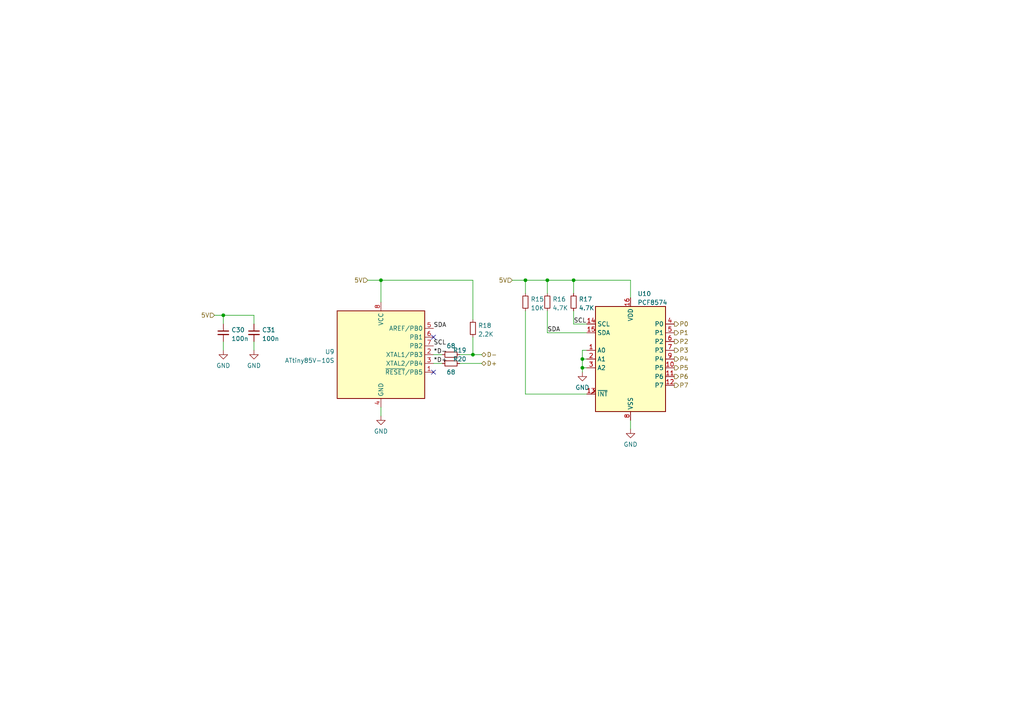
<source format=kicad_sch>
(kicad_sch (version 20211123) (generator eeschema)
  (paper "A4")
  (lib_symbols
    (symbol "Device:C_Small" (pin_numbers hide) (pin_names (offset 0.254) hide)
      (property "Reference" "C" (at 0.254 1.778 0))
      (property "Value" "C_Small" (at 0.254 -2.032 0))
      (symbol "C_Small_0_1"
        (polyline (pts (xy -1.524 -0.508) (xy 1.524 -0.508)) (stroke (width 0.3302)))
        (polyline (pts (xy -1.524 0.508) (xy 1.524 0.508)) (stroke (width 0.3048)))
      )
      (symbol "C_Small_1_1"
        (pin passive line (at 0 2.54 270) (length 2.032) (name "~") (number "1"))
        (pin passive line (at 0 -2.54 90) (length 2.032) (name "~") (number "2"))
      )
    )
    (symbol "Device:R_Small" (pin_numbers hide) (pin_names (offset 0.254) hide)
      (property "Reference" "R" (at 0.762 0.508 0))
      (property "Value" "R_Small" (at 0.762 -1.016 0))
      (symbol "R_Small_0_1"
        (rectangle (start -0.762 1.778) (end 0.762 -1.778) (stroke (width 0.2032)))
      )
      (symbol "R_Small_1_1"
        (pin passive line (at 0 2.54 270) (length 0.762) (name "~") (number "1"))
        (pin passive line (at 0 -2.54 90) (length 0.762) (name "~") (number "2"))
      )
    )
    (symbol "Interface_Expansion:PCF8574"
      (property "Reference" "U" (at -8.89 16.51 0))
      (property "Value" "PCF8574" (at 2.54 16.51 0))
      (symbol "PCF8574_0_1"
        (rectangle (start -10.16 15.24) (end 10.16 -15.24) (stroke (width 0.254)) (fill (type background)))
      )
      (symbol "PCF8574_1_1"
        (pin input line (at -12.7 2.54 0) (length 2.54) (name "A0") (number "1"))
        (pin bidirectional line (at 12.7 -2.54 180) (length 2.54) (name "P5") (number "10"))
        (pin bidirectional line (at 12.7 -5.08 180) (length 2.54) (name "P6") (number "11"))
        (pin bidirectional line (at 12.7 -7.62 180) (length 2.54) (name "P7") (number "12"))
        (pin open_collector output_low (at -12.7 -10.16 0) (length 2.54) (name "~{INT}") (number "13"))
        (pin input line (at -12.7 10.16 0) (length 2.54) (name "SCL") (number "14"))
        (pin bidirectional line (at -12.7 7.62 0) (length 2.54) (name "SDA") (number "15"))
        (pin power_in line (at 0 17.78 270) (length 2.54) (name "VDD") (number "16"))
        (pin input line (at -12.7 0 0) (length 2.54) (name "A1") (number "2"))
        (pin input line (at -12.7 -2.54 0) (length 2.54) (name "A2") (number "3"))
        (pin bidirectional line (at 12.7 10.16 180) (length 2.54) (name "P0") (number "4"))
        (pin bidirectional line (at 12.7 7.62 180) (length 2.54) (name "P1") (number "5"))
        (pin bidirectional line (at 12.7 5.08 180) (length 2.54) (name "P2") (number "6"))
        (pin bidirectional line (at 12.7 2.54 180) (length 2.54) (name "P3") (number "7"))
        (pin power_in line (at 0 -17.78 90) (length 2.54) (name "VSS") (number "8"))
        (pin bidirectional line (at 12.7 0 180) (length 2.54) (name "P4") (number "9"))
      )
    )
    (symbol "MCU_Microchip_ATtiny:ATtiny85V-10S"
      (property "Reference" "U" (at -12.7 13.97 0))
      (property "Value" "ATtiny85V-10S" (at 2.54 -13.97 0))
      (symbol "ATtiny85V-10S_0_1"
        (rectangle (start -12.7 -12.7) (end 12.7 12.7) (stroke (width 0.254)) (fill (type background)))
      )
      (symbol "ATtiny85V-10S_1_1"
        (pin bidirectional line (at 15.24 -5.08 180) (length 2.54) (name "~{RESET}/PB5") (number "1"))
        (pin bidirectional line (at 15.24 0 180) (length 2.54) (name "XTAL1/PB3") (number "2"))
        (pin bidirectional line (at 15.24 -2.54 180) (length 2.54) (name "XTAL2/PB4") (number "3"))
        (pin power_in line (at 0 -15.24 90) (length 2.54) (name "GND") (number "4"))
        (pin bidirectional line (at 15.24 7.62 180) (length 2.54) (name "AREF/PB0") (number "5"))
        (pin bidirectional line (at 15.24 5.08 180) (length 2.54) (name "PB1") (number "6"))
        (pin bidirectional line (at 15.24 2.54 180) (length 2.54) (name "PB2") (number "7"))
        (pin power_in line (at 0 15.24 270) (length 2.54) (name "VCC") (number "8"))
      )
    )
    (symbol "power:GND" (power) (pin_names (offset 0))
      (property "Value" "GND" (at 0 -3.81 0))
      (symbol "GND_0_1"
        (polyline (pts (xy 0 0) (xy 0 -1.27) (xy 1.27 -1.27) (xy 0 -2.54) (xy -1.27 -1.27) (xy 0 -1.27)))
      )
      (symbol "GND_1_1"
        (pin power_in line (at 0 0 270) (length 0) hide (name "GND") (number "1"))
      )
    )
  )
  (junction (at 168.91 104.14))
  (junction (at 64.77 91.44))
  (junction (at 168.91 106.68))
  (junction (at 110.49 81.28))
  (junction (at 158.75 81.28))
  (junction (at 152.4 81.28))
  (junction (at 166.37 81.28))
  (junction (at 137.16 102.87))
  (no_connect (at 125.73 97.79))
  (no_connect (at 125.73 107.95))
  (wire (pts (xy 182.88 81.28) (xy 182.88 86.36)))
  (wire (pts (xy 168.91 104.14) (xy 168.91 101.6)))
  (wire (pts (xy 148.59 81.28) (xy 152.4 81.28)))
  (wire (pts (xy 125.73 105.41) (xy 128.27 105.41)))
  (wire (pts (xy 166.37 93.98) (xy 170.18 93.98)))
  (wire (pts (xy 166.37 81.28) (xy 166.37 85.09)))
  (wire (pts (xy 133.35 105.41) (xy 139.7 105.41)))
  (wire (pts (xy 73.66 91.44) (xy 73.66 93.98)))
  (wire (pts (xy 62.23 91.44) (xy 64.77 91.44)))
  (wire (pts (xy 158.75 90.17) (xy 158.75 96.52)))
  (wire (pts (xy 168.91 101.6) (xy 170.18 101.6)))
  (wire (pts (xy 168.91 106.68) (xy 168.91 104.14)))
  (wire (pts (xy 152.4 81.28) (xy 158.75 81.28)))
  (wire (pts (xy 158.75 81.28) (xy 158.75 85.09)))
  (wire (pts (xy 133.35 102.87) (xy 137.16 102.87)))
  (wire (pts (xy 137.16 81.28) (xy 137.16 92.71)))
  (wire (pts (xy 64.77 91.44) (xy 64.77 93.98)))
  (wire (pts (xy 110.49 81.28) (xy 137.16 81.28)))
  (wire (pts (xy 168.91 107.95) (xy 168.91 106.68)))
  (wire (pts (xy 168.91 106.68) (xy 170.18 106.68)))
  (wire (pts (xy 137.16 97.79) (xy 137.16 102.87)))
  (wire (pts (xy 152.4 114.3) (xy 170.18 114.3)))
  (wire (pts (xy 166.37 81.28) (xy 182.88 81.28)))
  (wire (pts (xy 64.77 99.06) (xy 64.77 101.6)))
  (wire (pts (xy 168.91 104.14) (xy 170.18 104.14)))
  (wire (pts (xy 182.88 121.92) (xy 182.88 124.46)))
  (wire (pts (xy 137.16 102.87) (xy 139.7 102.87)))
  (wire (pts (xy 110.49 81.28) (xy 110.49 87.63)))
  (wire (pts (xy 166.37 90.17) (xy 166.37 93.98)))
  (wire (pts (xy 110.49 118.11) (xy 110.49 120.65)))
  (wire (pts (xy 125.73 102.87) (xy 128.27 102.87)))
  (wire (pts (xy 73.66 99.06) (xy 73.66 101.6)))
  (wire (pts (xy 64.77 91.44) (xy 73.66 91.44)))
  (wire (pts (xy 152.4 81.28) (xy 152.4 85.09)))
  (wire (pts (xy 158.75 96.52) (xy 170.18 96.52)))
  (wire (pts (xy 106.68 81.28) (xy 110.49 81.28)))
  (wire (pts (xy 152.4 90.17) (xy 152.4 114.3)))
  (wire (pts (xy 158.75 81.28) (xy 166.37 81.28)))
  (label "SDA" (at 158.75 96.52 0))
  (label "SCL" (at 166.37 93.98 0))
  (label "SDA" (at 125.73 95.25 0))
  (label "SCL" (at 125.73 100.33 0))
  (label "*D+" (at 125.73 105.41 0))
  (label "*D-" (at 125.73 102.87 0))
  (hierarchical_label "P1" (shape output) (at 195.58 96.52 0))
  (hierarchical_label "D+" (shape bidirectional) (at 139.7 105.41 0))
  (hierarchical_label "P0" (shape output) (at 195.58 93.98 0))
  (hierarchical_label "P6" (shape output) (at 195.58 109.22 0))
  (hierarchical_label "5V" (shape input) (at 148.59 81.28 180))
  (hierarchical_label "P7" (shape output) (at 195.58 111.76 0))
  (hierarchical_label "P2" (shape output) (at 195.58 99.06 0))
  (hierarchical_label "D-" (shape bidirectional) (at 139.7 102.87 0))
  (hierarchical_label "P3" (shape output) (at 195.58 101.6 0))
  (hierarchical_label "5V" (shape input) (at 106.68 81.28 180))
  (hierarchical_label "P4" (shape output) (at 195.58 104.14 0))
  (hierarchical_label "P5" (shape output) (at 195.58 106.68 0))
  (hierarchical_label "5V" (shape input) (at 62.23 91.44 180))
  (symbol (lib_id "power:GND") (at 168.91 107.95 0) (unit 1)
    (property "Reference" "#PWR061" (effects hide))
    (property "Value" "GND" (at 168.91 112.3934 0))
  )
  (symbol (lib_id "power:GND") (at 182.88 124.46 0) (unit 1)
    (property "Reference" "#PWR063" (effects hide))
    (property "Value" "GND" (at 182.88 128.9034 0))
  )
  (symbol (lib_id "power:GND") (at 110.49 120.65 0) (unit 1)
    (property "Reference" "#PWR062" (effects hide))
    (property "Value" "GND" (at 110.49 125.0934 0))
  )
  (symbol (lib_id "Device:R_Small") (at 152.4 87.63 180) (unit 1)
    (property "Reference" "R15" (at 153.8986 86.7953 0) (effects (justify right)))
    (property "Value" "10K" (at 153.8986 89.3322 0) (effects (justify right)))
    (property "Footprint" "Resistor_SMD:R_0603_1608Metric" (effects hide))
  )
  (symbol (lib_id "Device:R_Small") (at 130.81 102.87 90) (unit 1)
    (property "Reference" "R19" (at 133.35 101.6 90))
    (property "Value" "68" (at 130.81 100.33 90))
    (property "Footprint" "Resistor_SMD:R_0603_1608Metric" (effects hide))
  )
  (symbol (lib_id "Interface_Expansion:PCF8574") (at 182.88 104.14 0) (unit 1)
    (property "Reference" "U10" (at 184.8994 85.2002 0) (effects (justify left)))
    (property "Value" "PCF8574" (at 184.8994 87.7371 0) (effects (justify left)))
    (property "Footprint" "package:SOIC127P1032X265-16N" (effects hide))
    (property "Datasheet" "http://www.nxp.com/documents/data_sheet/PCF8574_PCF8574A.pdf" (effects hide))
  )
  (symbol (lib_id "Device:R_Small") (at 130.81 105.41 90) (unit 1)
    (property "Reference" "R20" (at 133.35 104.14 90))
    (property "Value" "68" (at 130.81 107.95 90))
    (property "Footprint" "Resistor_SMD:R_0603_1608Metric" (effects hide))
  )
  (symbol (lib_id "power:GND") (at 64.77 101.6 0) (unit 1)
    (property "Reference" "#PWR059" (effects hide))
    (property "Value" "GND" (at 64.77 106.0434 0))
  )
  (symbol (lib_id "Device:R_Small") (at 137.16 95.25 180) (unit 1)
    (property "Reference" "R18" (at 138.6586 94.4153 0) (effects (justify right)))
    (property "Value" "2.2K" (at 138.6586 96.9522 0) (effects (justify right)))
    (property "Footprint" "Resistor_SMD:R_0603_1608Metric" (effects hide))
  )
  (symbol (lib_id "power:GND") (at 73.66 101.6 0) (unit 1)
    (property "Reference" "#PWR060" (effects hide))
    (property "Value" "GND" (at 73.66 106.0434 0))
  )
  (symbol (lib_id "MCU_Microchip_ATtiny:ATtiny85V-10S") (at 110.49 102.87 0) (unit 1)
    (property "Reference" "U9" (at 97.0281 102.0353 0) (effects (justify right)))
    (property "Value" "ATtiny85V-10S" (at 97.0281 104.5722 0) (effects (justify right)))
    (property "Footprint" "Package_SO:SOIC-8W_5.3x5.3mm_P1.27mm" (effects hide))
    (property "Datasheet" "http://ww1.microchip.com/downloads/en/DeviceDoc/atmel-2586-avr-8-bit-microcontroller-attiny25-attiny45-attiny85_datasheet.pdf" (effects hide))
  )
  (symbol (lib_id "Device:C_Small") (at 73.66 96.52 0) (unit 1)
    (property "Reference" "C31" (at 75.9841 95.6916 0) (effects (justify left)))
    (property "Value" "100n" (at 75.9841 98.2285 0) (effects (justify left)))
    (property "Footprint" "Capacitor_SMD:C_0603_1608Metric" (effects hide))
  )
  (symbol (lib_id "Device:R_Small") (at 158.75 87.63 180) (unit 1)
    (property "Reference" "R16" (at 160.2486 86.7953 0) (effects (justify right)))
    (property "Value" "4.7K" (at 160.2486 89.3322 0) (effects (justify right)))
    (property "Footprint" "Resistor_SMD:R_0603_1608Metric" (effects hide))
  )
  (symbol (lib_id "Device:R_Small") (at 166.37 87.63 180) (unit 1)
    (property "Reference" "R17" (at 167.8686 86.7953 0) (effects (justify right)))
    (property "Value" "4.7K" (at 167.8686 89.3322 0) (effects (justify right)))
    (property "Footprint" "Resistor_SMD:R_0603_1608Metric" (effects hide))
  )
  (symbol (lib_id "Device:C_Small") (at 64.77 96.52 0) (unit 1)
    (property "Reference" "C30" (at 67.0941 95.6916 0) (effects (justify left)))
    (property "Value" "100n" (at 67.0941 98.2285 0) (effects (justify left)))
    (property "Footprint" "Capacitor_SMD:C_0603_1608Metric" (effects hide))
  )
)
</source>
